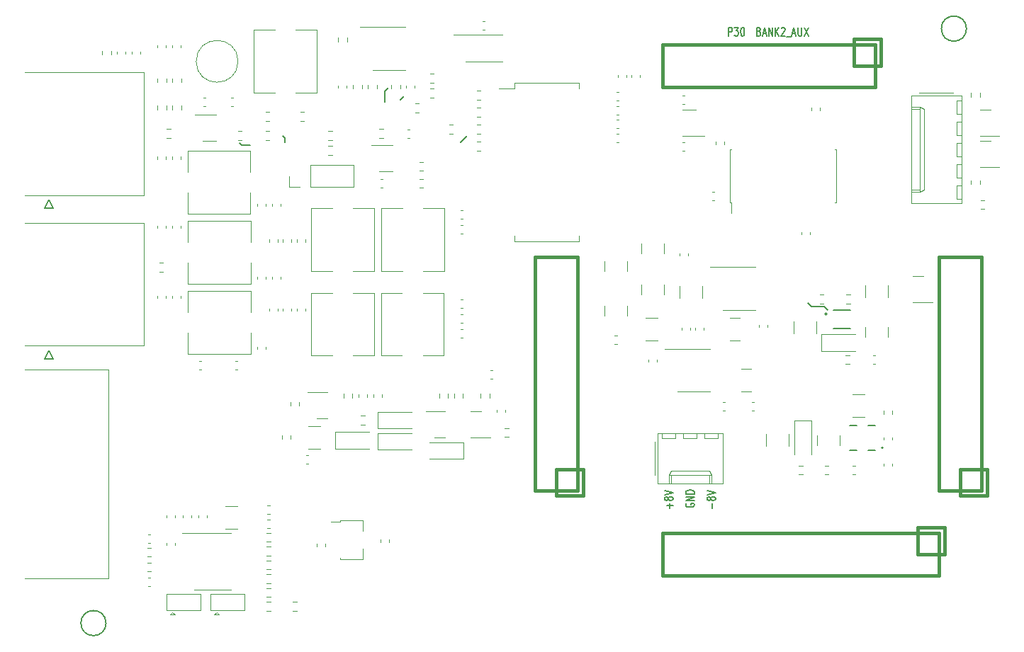
<source format=gto>
G04 #@! TF.GenerationSoftware,KiCad,Pcbnew,7.0.9*
G04 #@! TF.CreationDate,2024-07-18T06:31:55+01:00*
G04 #@! TF.ProjectId,dacattac-alpha,64616361-7474-4616-932d-616c7068612e,rev?*
G04 #@! TF.SameCoordinates,Original*
G04 #@! TF.FileFunction,Legend,Top*
G04 #@! TF.FilePolarity,Positive*
%FSLAX46Y46*%
G04 Gerber Fmt 4.6, Leading zero omitted, Abs format (unit mm)*
G04 Created by KiCad (PCBNEW 7.0.9) date 2024-07-18 06:31:55*
%MOMM*%
%LPD*%
G01*
G04 APERTURE LIST*
%ADD10C,0.150000*%
%ADD11C,0.190500*%
%ADD12C,0.120000*%
%ADD13C,0.100000*%
%ADD14C,0.381000*%
%ADD15C,0.203200*%
%ADD16C,0.127000*%
%ADD17C,0.200000*%
G04 APERTURE END LIST*
D10*
X106619000Y-79695000D02*
X105603000Y-79695000D01*
X122748000Y-73218000D02*
X123129000Y-72837000D01*
X82616000Y-86172000D02*
X83124000Y-87188000D01*
X83124000Y-87188000D02*
X82108000Y-87188000D01*
X173704000Y-98999000D02*
X175228000Y-98999000D01*
X82616000Y-104206000D02*
X83124000Y-105222000D01*
X110556000Y-78552000D02*
X110810000Y-78806000D01*
X125034000Y-73853000D02*
X124600633Y-74286367D01*
X122748000Y-74488000D02*
X122748000Y-73472000D01*
X82108000Y-87188000D02*
X82616000Y-86172000D01*
X132527000Y-78552000D02*
X131752355Y-79326645D01*
X105603000Y-79695000D02*
X105349000Y-79441000D01*
X175228000Y-98999000D02*
X175609000Y-99380000D01*
X83124000Y-105222000D02*
X82108000Y-105222000D01*
X82108000Y-105222000D02*
X82616000Y-104206000D01*
X173249144Y-98544144D02*
X173704000Y-98999000D01*
X110810000Y-79314000D02*
X110810000Y-78806000D01*
X122748000Y-73472000D02*
X122748000Y-73218000D01*
D11*
X156770707Y-123076243D02*
X156770707Y-122495672D01*
X157157754Y-122785957D02*
X156383659Y-122785957D01*
X156577183Y-122023957D02*
X156528802Y-122096528D01*
X156528802Y-122096528D02*
X156480421Y-122132814D01*
X156480421Y-122132814D02*
X156383659Y-122169100D01*
X156383659Y-122169100D02*
X156335278Y-122169100D01*
X156335278Y-122169100D02*
X156238516Y-122132814D01*
X156238516Y-122132814D02*
X156190135Y-122096528D01*
X156190135Y-122096528D02*
X156141754Y-122023957D01*
X156141754Y-122023957D02*
X156141754Y-121878814D01*
X156141754Y-121878814D02*
X156190135Y-121806243D01*
X156190135Y-121806243D02*
X156238516Y-121769957D01*
X156238516Y-121769957D02*
X156335278Y-121733671D01*
X156335278Y-121733671D02*
X156383659Y-121733671D01*
X156383659Y-121733671D02*
X156480421Y-121769957D01*
X156480421Y-121769957D02*
X156528802Y-121806243D01*
X156528802Y-121806243D02*
X156577183Y-121878814D01*
X156577183Y-121878814D02*
X156577183Y-122023957D01*
X156577183Y-122023957D02*
X156625564Y-122096528D01*
X156625564Y-122096528D02*
X156673945Y-122132814D01*
X156673945Y-122132814D02*
X156770707Y-122169100D01*
X156770707Y-122169100D02*
X156964231Y-122169100D01*
X156964231Y-122169100D02*
X157060993Y-122132814D01*
X157060993Y-122132814D02*
X157109374Y-122096528D01*
X157109374Y-122096528D02*
X157157754Y-122023957D01*
X157157754Y-122023957D02*
X157157754Y-121878814D01*
X157157754Y-121878814D02*
X157109374Y-121806243D01*
X157109374Y-121806243D02*
X157060993Y-121769957D01*
X157060993Y-121769957D02*
X156964231Y-121733671D01*
X156964231Y-121733671D02*
X156770707Y-121733671D01*
X156770707Y-121733671D02*
X156673945Y-121769957D01*
X156673945Y-121769957D02*
X156625564Y-121806243D01*
X156625564Y-121806243D02*
X156577183Y-121878814D01*
X156141754Y-121515957D02*
X157157754Y-121261957D01*
X157157754Y-121261957D02*
X156141754Y-121007957D01*
X163798515Y-66616714D02*
X163798515Y-65600714D01*
X163798515Y-65600714D02*
X164088801Y-65600714D01*
X164088801Y-65600714D02*
X164161372Y-65649095D01*
X164161372Y-65649095D02*
X164197658Y-65697476D01*
X164197658Y-65697476D02*
X164233944Y-65794238D01*
X164233944Y-65794238D02*
X164233944Y-65939381D01*
X164233944Y-65939381D02*
X164197658Y-66036143D01*
X164197658Y-66036143D02*
X164161372Y-66084524D01*
X164161372Y-66084524D02*
X164088801Y-66132905D01*
X164088801Y-66132905D02*
X163798515Y-66132905D01*
X164487944Y-65600714D02*
X164959658Y-65600714D01*
X164959658Y-65600714D02*
X164705658Y-65987762D01*
X164705658Y-65987762D02*
X164814515Y-65987762D01*
X164814515Y-65987762D02*
X164887087Y-66036143D01*
X164887087Y-66036143D02*
X164923372Y-66084524D01*
X164923372Y-66084524D02*
X164959658Y-66181286D01*
X164959658Y-66181286D02*
X164959658Y-66423191D01*
X164959658Y-66423191D02*
X164923372Y-66519953D01*
X164923372Y-66519953D02*
X164887087Y-66568334D01*
X164887087Y-66568334D02*
X164814515Y-66616714D01*
X164814515Y-66616714D02*
X164596801Y-66616714D01*
X164596801Y-66616714D02*
X164524229Y-66568334D01*
X164524229Y-66568334D02*
X164487944Y-66519953D01*
X165431372Y-65600714D02*
X165503943Y-65600714D01*
X165503943Y-65600714D02*
X165576515Y-65649095D01*
X165576515Y-65649095D02*
X165612801Y-65697476D01*
X165612801Y-65697476D02*
X165649086Y-65794238D01*
X165649086Y-65794238D02*
X165685372Y-65987762D01*
X165685372Y-65987762D02*
X165685372Y-66229667D01*
X165685372Y-66229667D02*
X165649086Y-66423191D01*
X165649086Y-66423191D02*
X165612801Y-66519953D01*
X165612801Y-66519953D02*
X165576515Y-66568334D01*
X165576515Y-66568334D02*
X165503943Y-66616714D01*
X165503943Y-66616714D02*
X165431372Y-66616714D01*
X165431372Y-66616714D02*
X165358801Y-66568334D01*
X165358801Y-66568334D02*
X165322515Y-66519953D01*
X165322515Y-66519953D02*
X165286229Y-66423191D01*
X165286229Y-66423191D02*
X165249943Y-66229667D01*
X165249943Y-66229667D02*
X165249943Y-65987762D01*
X165249943Y-65987762D02*
X165286229Y-65794238D01*
X165286229Y-65794238D02*
X165322515Y-65697476D01*
X165322515Y-65697476D02*
X165358801Y-65649095D01*
X165358801Y-65649095D02*
X165431372Y-65600714D01*
X167427085Y-66084524D02*
X167535942Y-66132905D01*
X167535942Y-66132905D02*
X167572228Y-66181286D01*
X167572228Y-66181286D02*
X167608514Y-66278048D01*
X167608514Y-66278048D02*
X167608514Y-66423191D01*
X167608514Y-66423191D02*
X167572228Y-66519953D01*
X167572228Y-66519953D02*
X167535942Y-66568334D01*
X167535942Y-66568334D02*
X167463371Y-66616714D01*
X167463371Y-66616714D02*
X167173085Y-66616714D01*
X167173085Y-66616714D02*
X167173085Y-65600714D01*
X167173085Y-65600714D02*
X167427085Y-65600714D01*
X167427085Y-65600714D02*
X167499657Y-65649095D01*
X167499657Y-65649095D02*
X167535942Y-65697476D01*
X167535942Y-65697476D02*
X167572228Y-65794238D01*
X167572228Y-65794238D02*
X167572228Y-65891000D01*
X167572228Y-65891000D02*
X167535942Y-65987762D01*
X167535942Y-65987762D02*
X167499657Y-66036143D01*
X167499657Y-66036143D02*
X167427085Y-66084524D01*
X167427085Y-66084524D02*
X167173085Y-66084524D01*
X167898799Y-66326429D02*
X168261657Y-66326429D01*
X167826228Y-66616714D02*
X168080228Y-65600714D01*
X168080228Y-65600714D02*
X168334228Y-66616714D01*
X168588228Y-66616714D02*
X168588228Y-65600714D01*
X168588228Y-65600714D02*
X169023657Y-66616714D01*
X169023657Y-66616714D02*
X169023657Y-65600714D01*
X169386514Y-66616714D02*
X169386514Y-65600714D01*
X169821943Y-66616714D02*
X169495371Y-66036143D01*
X169821943Y-65600714D02*
X169386514Y-66181286D01*
X170112228Y-65697476D02*
X170148514Y-65649095D01*
X170148514Y-65649095D02*
X170221086Y-65600714D01*
X170221086Y-65600714D02*
X170402514Y-65600714D01*
X170402514Y-65600714D02*
X170475086Y-65649095D01*
X170475086Y-65649095D02*
X170511371Y-65697476D01*
X170511371Y-65697476D02*
X170547657Y-65794238D01*
X170547657Y-65794238D02*
X170547657Y-65891000D01*
X170547657Y-65891000D02*
X170511371Y-66036143D01*
X170511371Y-66036143D02*
X170075943Y-66616714D01*
X170075943Y-66616714D02*
X170547657Y-66616714D01*
X170692800Y-66713476D02*
X171273371Y-66713476D01*
X171418513Y-66326429D02*
X171781371Y-66326429D01*
X171345942Y-66616714D02*
X171599942Y-65600714D01*
X171599942Y-65600714D02*
X171853942Y-66616714D01*
X172107942Y-65600714D02*
X172107942Y-66423191D01*
X172107942Y-66423191D02*
X172144228Y-66519953D01*
X172144228Y-66519953D02*
X172180514Y-66568334D01*
X172180514Y-66568334D02*
X172253085Y-66616714D01*
X172253085Y-66616714D02*
X172398228Y-66616714D01*
X172398228Y-66616714D02*
X172470799Y-66568334D01*
X172470799Y-66568334D02*
X172507085Y-66519953D01*
X172507085Y-66519953D02*
X172543371Y-66423191D01*
X172543371Y-66423191D02*
X172543371Y-65600714D01*
X172833657Y-65600714D02*
X173341657Y-66616714D01*
X173341657Y-65600714D02*
X172833657Y-66616714D01*
X158730135Y-122550100D02*
X158681754Y-122622672D01*
X158681754Y-122622672D02*
X158681754Y-122731529D01*
X158681754Y-122731529D02*
X158730135Y-122840386D01*
X158730135Y-122840386D02*
X158826897Y-122912957D01*
X158826897Y-122912957D02*
X158923659Y-122949243D01*
X158923659Y-122949243D02*
X159117183Y-122985529D01*
X159117183Y-122985529D02*
X159262326Y-122985529D01*
X159262326Y-122985529D02*
X159455850Y-122949243D01*
X159455850Y-122949243D02*
X159552612Y-122912957D01*
X159552612Y-122912957D02*
X159649374Y-122840386D01*
X159649374Y-122840386D02*
X159697754Y-122731529D01*
X159697754Y-122731529D02*
X159697754Y-122658957D01*
X159697754Y-122658957D02*
X159649374Y-122550100D01*
X159649374Y-122550100D02*
X159600993Y-122513814D01*
X159600993Y-122513814D02*
X159262326Y-122513814D01*
X159262326Y-122513814D02*
X159262326Y-122658957D01*
X159697754Y-122187243D02*
X158681754Y-122187243D01*
X158681754Y-122187243D02*
X159697754Y-121751814D01*
X159697754Y-121751814D02*
X158681754Y-121751814D01*
X159697754Y-121388957D02*
X158681754Y-121388957D01*
X158681754Y-121388957D02*
X158681754Y-121207528D01*
X158681754Y-121207528D02*
X158730135Y-121098671D01*
X158730135Y-121098671D02*
X158826897Y-121026100D01*
X158826897Y-121026100D02*
X158923659Y-120989814D01*
X158923659Y-120989814D02*
X159117183Y-120953528D01*
X159117183Y-120953528D02*
X159262326Y-120953528D01*
X159262326Y-120953528D02*
X159455850Y-120989814D01*
X159455850Y-120989814D02*
X159552612Y-121026100D01*
X159552612Y-121026100D02*
X159649374Y-121098671D01*
X159649374Y-121098671D02*
X159697754Y-121207528D01*
X159697754Y-121207528D02*
X159697754Y-121388957D01*
X161850707Y-123076243D02*
X161850707Y-122495672D01*
X161657183Y-122023957D02*
X161608802Y-122096528D01*
X161608802Y-122096528D02*
X161560421Y-122132814D01*
X161560421Y-122132814D02*
X161463659Y-122169100D01*
X161463659Y-122169100D02*
X161415278Y-122169100D01*
X161415278Y-122169100D02*
X161318516Y-122132814D01*
X161318516Y-122132814D02*
X161270135Y-122096528D01*
X161270135Y-122096528D02*
X161221754Y-122023957D01*
X161221754Y-122023957D02*
X161221754Y-121878814D01*
X161221754Y-121878814D02*
X161270135Y-121806243D01*
X161270135Y-121806243D02*
X161318516Y-121769957D01*
X161318516Y-121769957D02*
X161415278Y-121733671D01*
X161415278Y-121733671D02*
X161463659Y-121733671D01*
X161463659Y-121733671D02*
X161560421Y-121769957D01*
X161560421Y-121769957D02*
X161608802Y-121806243D01*
X161608802Y-121806243D02*
X161657183Y-121878814D01*
X161657183Y-121878814D02*
X161657183Y-122023957D01*
X161657183Y-122023957D02*
X161705564Y-122096528D01*
X161705564Y-122096528D02*
X161753945Y-122132814D01*
X161753945Y-122132814D02*
X161850707Y-122169100D01*
X161850707Y-122169100D02*
X162044231Y-122169100D01*
X162044231Y-122169100D02*
X162140993Y-122132814D01*
X162140993Y-122132814D02*
X162189374Y-122096528D01*
X162189374Y-122096528D02*
X162237754Y-122023957D01*
X162237754Y-122023957D02*
X162237754Y-121878814D01*
X162237754Y-121878814D02*
X162189374Y-121806243D01*
X162189374Y-121806243D02*
X162140993Y-121769957D01*
X162140993Y-121769957D02*
X162044231Y-121733671D01*
X162044231Y-121733671D02*
X161850707Y-121733671D01*
X161850707Y-121733671D02*
X161753945Y-121769957D01*
X161753945Y-121769957D02*
X161705564Y-121806243D01*
X161705564Y-121806243D02*
X161657183Y-121878814D01*
X161221754Y-121515957D02*
X162237754Y-121261957D01*
X162237754Y-121261957D02*
X161221754Y-121007957D01*
D12*
G04 #@! TO.C,C17*
X151579000Y-71567580D02*
X151579000Y-71286420D01*
X150559000Y-71567580D02*
X150559000Y-71286420D01*
G04 #@! TO.C,D2*
X173659000Y-112646000D02*
X171659000Y-112646000D01*
X173659000Y-112646000D02*
X173659000Y-116656000D01*
X171659000Y-112646000D02*
X171659000Y-116656000D01*
G04 #@! TO.C,C19*
X111574000Y-90984420D02*
X111574000Y-91265580D01*
X110554000Y-90984420D02*
X110554000Y-91265580D01*
G04 #@! TO.C,C88*
X150460580Y-103446000D02*
X150179420Y-103446000D01*
X150460580Y-102426000D02*
X150179420Y-102426000D01*
G04 #@! TO.C,R8*
X134161258Y-80344500D02*
X133686742Y-80344500D01*
X134161258Y-79299500D02*
X133686742Y-79299500D01*
G04 #@! TO.C,R17*
X97141258Y-78820500D02*
X96666742Y-78820500D01*
X97141258Y-77775500D02*
X96666742Y-77775500D01*
G04 #@! TO.C,C37*
X109284000Y-95723580D02*
X109284000Y-95442420D01*
X110304000Y-95723580D02*
X110304000Y-95442420D01*
G04 #@! TO.C,C13*
X150701580Y-77665000D02*
X150420420Y-77665000D01*
X150701580Y-76645000D02*
X150420420Y-76645000D01*
G04 #@! TO.C,R19*
X113079258Y-76788500D02*
X112604742Y-76788500D01*
X113079258Y-75743500D02*
X112604742Y-75743500D01*
G04 #@! TO.C,R62*
X192771500Y-84377258D02*
X192771500Y-83902742D01*
X193816500Y-84377258D02*
X193816500Y-83902742D01*
D13*
G04 #@! TO.C,L8*
X121418000Y-104868000D02*
X121418000Y-97368000D01*
X121418000Y-97368000D02*
X118918000Y-97368000D01*
X118918000Y-104868000D02*
X121418000Y-104868000D01*
X116418000Y-97368000D02*
X113918000Y-97368000D01*
X113918000Y-104868000D02*
X116418000Y-104868000D01*
X113918000Y-101118000D02*
X113918000Y-104868000D01*
X113918000Y-97368000D02*
X113918000Y-101118000D01*
D12*
G04 #@! TO.C,C68*
X180052252Y-112170000D02*
X178629748Y-112170000D01*
X180052252Y-109450000D02*
X178629748Y-109450000D01*
G04 #@! TO.C,C66*
X178627420Y-118047000D02*
X178908580Y-118047000D01*
X178627420Y-119067000D02*
X178908580Y-119067000D01*
G04 #@! TO.C,U3*
X159064500Y-78588000D02*
X160864500Y-78588000D01*
X159064500Y-78588000D02*
X158264500Y-78588000D01*
X159064500Y-75468000D02*
X159864500Y-75468000D01*
X159064500Y-75468000D02*
X158264500Y-75468000D01*
G04 #@! TO.C,R24*
X98378500Y-74949742D02*
X98378500Y-75424258D01*
X97333500Y-74949742D02*
X97333500Y-75424258D01*
G04 #@! TO.C,C67*
X183329000Y-114619420D02*
X183329000Y-114900580D01*
X182309000Y-114619420D02*
X182309000Y-114900580D01*
G04 #@! TO.C,U9*
X102105500Y-126053000D02*
X98505500Y-126053000D01*
X102105500Y-126053000D02*
X104305500Y-126053000D01*
X102105500Y-132823000D02*
X99905500Y-132823000D01*
X102105500Y-132823000D02*
X104305500Y-132823000D01*
G04 #@! TO.C,C29*
X109923000Y-99239420D02*
X109923000Y-99520580D01*
X108903000Y-99239420D02*
X108903000Y-99520580D01*
G04 #@! TO.C,C70*
X97346000Y-81346580D02*
X97346000Y-81065420D01*
X98366000Y-81346580D02*
X98366000Y-81065420D01*
G04 #@! TO.C,C50*
X92520000Y-68786580D02*
X92520000Y-68505420D01*
X93540000Y-68786580D02*
X93540000Y-68505420D01*
G04 #@! TO.C,R39*
X177847742Y-97587500D02*
X178322258Y-97587500D01*
X177847742Y-98632500D02*
X178322258Y-98632500D01*
G04 #@! TO.C,C40*
X95568000Y-89627580D02*
X95568000Y-89346420D01*
X96588000Y-89627580D02*
X96588000Y-89346420D01*
G04 #@! TO.C,C7*
X134405420Y-64834000D02*
X134686580Y-64834000D01*
X134405420Y-65854000D02*
X134686580Y-65854000D01*
G04 #@! TO.C,C58*
X98553000Y-124216580D02*
X98553000Y-123935420D01*
X99573000Y-124216580D02*
X99573000Y-123935420D01*
G04 #@! TO.C,R41*
X172642258Y-119079500D02*
X172167742Y-119079500D01*
X172642258Y-118034500D02*
X172167742Y-118034500D01*
G04 #@! TO.C,C14*
X150688580Y-74363000D02*
X150407420Y-74363000D01*
X150688580Y-73343000D02*
X150407420Y-73343000D01*
G04 #@! TO.C,J6*
X190595000Y-73453000D02*
X186595000Y-73453000D01*
X191625000Y-73743000D02*
X185605000Y-73743000D01*
X185605000Y-73743000D02*
X185605000Y-86663000D01*
X191625000Y-74323000D02*
X191025000Y-74323000D01*
X191025000Y-74323000D02*
X191025000Y-75923000D01*
X186605000Y-75123000D02*
X187135000Y-75373000D01*
X186605000Y-75123000D02*
X186605000Y-85283000D01*
X185605000Y-75123000D02*
X186605000Y-75123000D01*
X187135000Y-75373000D02*
X187135000Y-85033000D01*
X185605000Y-75373000D02*
X186605000Y-75373000D01*
X191025000Y-75923000D02*
X191625000Y-75923000D01*
X191625000Y-76863000D02*
X191025000Y-76863000D01*
X191025000Y-76863000D02*
X191025000Y-78463000D01*
X191025000Y-78463000D02*
X191625000Y-78463000D01*
X191625000Y-79403000D02*
X191025000Y-79403000D01*
X191025000Y-79403000D02*
X191025000Y-81003000D01*
X191025000Y-81003000D02*
X191625000Y-81003000D01*
X191625000Y-81943000D02*
X191025000Y-81943000D01*
X191025000Y-81943000D02*
X191025000Y-83543000D01*
X191025000Y-83543000D02*
X191625000Y-83543000D01*
X191625000Y-84483000D02*
X191025000Y-84483000D01*
X191025000Y-84483000D02*
X191025000Y-86083000D01*
X187135000Y-85033000D02*
X186605000Y-85283000D01*
X185605000Y-85033000D02*
X186605000Y-85033000D01*
X186605000Y-85283000D02*
X185605000Y-85283000D01*
X191025000Y-86083000D02*
X191625000Y-86083000D01*
X191625000Y-86663000D02*
X191625000Y-73743000D01*
X185605000Y-86663000D02*
X191625000Y-86663000D01*
G04 #@! TO.C,R33*
X108604742Y-127731500D02*
X109079258Y-127731500D01*
X108604742Y-128776500D02*
X109079258Y-128776500D01*
G04 #@! TO.C,U13*
X165039000Y-94280000D02*
X161589000Y-94280000D01*
X165039000Y-94280000D02*
X166989000Y-94280000D01*
X165039000Y-99400000D02*
X163089000Y-99400000D01*
X165039000Y-99400000D02*
X166989000Y-99400000D01*
G04 #@! TO.C,R48*
X118825500Y-109429742D02*
X118825500Y-109904258D01*
X117780500Y-109429742D02*
X117780500Y-109904258D01*
D14*
G04 #@! TO.C,P20*
X191470000Y-121604800D02*
X194645000Y-121604800D01*
X194645000Y-121604800D02*
X194645000Y-118429800D01*
X188930000Y-120969800D02*
X188930000Y-93029800D01*
X194010000Y-120969800D02*
X188930000Y-120969800D01*
X191470000Y-118429800D02*
X191470000Y-121604800D01*
X194645000Y-118429800D02*
X191470000Y-118429800D01*
X188930000Y-93029800D02*
X194010000Y-93029800D01*
X194010000Y-93029800D02*
X194010000Y-120969800D01*
D12*
G04 #@! TO.C,C63*
X171582000Y-102201252D02*
X171582000Y-100778748D01*
X174302000Y-102201252D02*
X174302000Y-100778748D01*
G04 #@! TO.C,C6*
X158294420Y-79312000D02*
X158575580Y-79312000D01*
X158294420Y-80332000D02*
X158575580Y-80332000D01*
G04 #@! TO.C,C65*
X183329000Y-117768420D02*
X183329000Y-118049580D01*
X182309000Y-117768420D02*
X182309000Y-118049580D01*
G04 #@! TO.C,C52*
X94414420Y-126220000D02*
X94695580Y-126220000D01*
X94414420Y-127240000D02*
X94695580Y-127240000D01*
G04 #@! TO.C,C34*
X107506000Y-104105580D02*
X107506000Y-103824420D01*
X108526000Y-104105580D02*
X108526000Y-103824420D01*
G04 #@! TO.C,Q1*
X194485500Y-82271000D02*
X196160500Y-82271000D01*
X194485500Y-82271000D02*
X193835500Y-82271000D01*
X194485500Y-79151000D02*
X195135500Y-79151000D01*
X194485500Y-79151000D02*
X193835500Y-79151000D01*
G04 #@! TO.C,C30*
X111574000Y-99239420D02*
X111574000Y-99520580D01*
X110554000Y-99239420D02*
X110554000Y-99520580D01*
G04 #@! TO.C,R15*
X105175742Y-78029500D02*
X105650258Y-78029500D01*
X105175742Y-79074500D02*
X105650258Y-79074500D01*
G04 #@! TO.C,C16*
X152210000Y-71567580D02*
X152210000Y-71286420D01*
X153230000Y-71567580D02*
X153230000Y-71286420D01*
G04 #@! TO.C,R6*
X126320742Y-74727500D02*
X126795258Y-74727500D01*
X126320742Y-75772500D02*
X126795258Y-75772500D01*
G04 #@! TO.C,C22*
X122494580Y-84777000D02*
X122213420Y-84777000D01*
X122494580Y-83757000D02*
X122213420Y-83757000D01*
G04 #@! TO.C,C28*
X131764420Y-101664000D02*
X132045580Y-101664000D01*
X131764420Y-102684000D02*
X132045580Y-102684000D01*
G04 #@! TO.C,C53*
X97668000Y-127237420D02*
X97668000Y-127518580D01*
X96648000Y-127237420D02*
X96648000Y-127518580D01*
G04 #@! TO.C,C3*
X162131580Y-86301000D02*
X161850420Y-86301000D01*
X162131580Y-85281000D02*
X161850420Y-85281000D01*
G04 #@! TO.C,C1*
X173673000Y-75504580D02*
X173673000Y-75223420D01*
X174693000Y-75504580D02*
X174693000Y-75223420D01*
G04 #@! TO.C,R5*
X130384742Y-77267500D02*
X130859258Y-77267500D01*
X130384742Y-78312500D02*
X130859258Y-78312500D01*
G04 #@! TO.C,C69*
X95568000Y-81346580D02*
X95568000Y-81065420D01*
X96588000Y-81346580D02*
X96588000Y-81065420D01*
G04 #@! TO.C,C47*
X90742000Y-68786580D02*
X90742000Y-68505420D01*
X91762000Y-68786580D02*
X91762000Y-68505420D01*
G04 #@! TO.C,R36*
X109079258Y-135380500D02*
X108604742Y-135380500D01*
X109079258Y-134335500D02*
X108604742Y-134335500D01*
G04 #@! TO.C,C74*
X163107420Y-110427000D02*
X163388580Y-110427000D01*
X163107420Y-111447000D02*
X163388580Y-111447000D01*
G04 #@! TO.C,C59*
X108701420Y-124442000D02*
X108982580Y-124442000D01*
X108701420Y-125462000D02*
X108982580Y-125462000D01*
G04 #@! TO.C,L16*
X174347000Y-115606064D02*
X174347000Y-114401936D01*
X177067000Y-115606064D02*
X177067000Y-114401936D01*
G04 #@! TO.C,C32*
X100777580Y-106494000D02*
X100496420Y-106494000D01*
X100777580Y-105474000D02*
X100496420Y-105474000D01*
G04 #@! TO.C,R12*
X127303258Y-84789500D02*
X126828742Y-84789500D01*
X127303258Y-83744500D02*
X126828742Y-83744500D01*
G04 #@! TO.C,JP3*
X96602000Y-133350000D02*
X100702000Y-133350000D01*
X96602000Y-135350000D02*
X96602000Y-133350000D01*
X97052000Y-135850000D02*
X97652000Y-135850000D01*
X97352000Y-135550000D02*
X97052000Y-135850000D01*
X97352000Y-135550000D02*
X97652000Y-135850000D01*
X100702000Y-133350000D02*
X100702000Y-135350000D01*
X100702000Y-135350000D02*
X96602000Y-135350000D01*
G04 #@! TO.C,C24*
X131751420Y-87440000D02*
X132032580Y-87440000D01*
X131751420Y-88460000D02*
X132032580Y-88460000D01*
G04 #@! TO.C,C12*
X150701580Y-79316000D02*
X150420420Y-79316000D01*
X150701580Y-78296000D02*
X150420420Y-78296000D01*
G04 #@! TO.C,C87*
X159199000Y-101538420D02*
X159199000Y-101819580D01*
X158179000Y-101538420D02*
X158179000Y-101819580D01*
G04 #@! TO.C,C48*
X95568000Y-68024580D02*
X95568000Y-67743420D01*
X96588000Y-68024580D02*
X96588000Y-67743420D01*
G04 #@! TO.C,C84*
X157964000Y-97932252D02*
X157964000Y-96509748D01*
X160684000Y-97932252D02*
X160684000Y-96509748D01*
G04 #@! TO.C,C54*
X100458000Y-124203580D02*
X100458000Y-123922420D01*
X101478000Y-124203580D02*
X101478000Y-123922420D01*
G04 #@! TO.C,U1*
X163946000Y-86551000D02*
X164146000Y-86551000D01*
X164146000Y-86551000D02*
X164146000Y-87841000D01*
X176666000Y-86551000D02*
X176466000Y-86551000D01*
X163946000Y-83391000D02*
X163946000Y-86551000D01*
X163946000Y-83391000D02*
X163946000Y-80231000D01*
X176666000Y-83391000D02*
X176666000Y-86551000D01*
X176666000Y-83391000D02*
X176666000Y-80231000D01*
X163946000Y-80231000D02*
X164146000Y-80231000D01*
X176666000Y-80231000D02*
X176466000Y-80231000D01*
G04 #@! TO.C,C20*
X109923000Y-90984420D02*
X109923000Y-91265580D01*
X108903000Y-90984420D02*
X108903000Y-91265580D01*
G04 #@! TO.C,D5*
X116832000Y-114001000D02*
X116832000Y-116001000D01*
X116832000Y-114001000D02*
X120842000Y-114001000D01*
X116832000Y-116001000D02*
X120842000Y-116001000D01*
G04 #@! TO.C,C2*
X162243000Y-79581580D02*
X162243000Y-79300420D01*
X163263000Y-79581580D02*
X163263000Y-79300420D01*
G04 #@! TO.C,R1*
X134161258Y-74248500D02*
X133686742Y-74248500D01*
X134161258Y-73203500D02*
X133686742Y-73203500D01*
D13*
G04 #@! TO.C,L9*
X129800000Y-94748000D02*
X129800000Y-87248000D01*
X129800000Y-87248000D02*
X127300000Y-87248000D01*
X127300000Y-94748000D02*
X129800000Y-94748000D01*
X124800000Y-87248000D02*
X122300000Y-87248000D01*
X122300000Y-94748000D02*
X124800000Y-94748000D01*
X122300000Y-90998000D02*
X122300000Y-94748000D01*
X122300000Y-87248000D02*
X122300000Y-90998000D01*
D12*
G04 #@! TO.C,D1*
X174901000Y-102317000D02*
X174901000Y-104317000D01*
X174901000Y-102317000D02*
X178911000Y-102317000D01*
X174901000Y-104317000D02*
X178911000Y-104317000D01*
G04 #@! TO.C,R34*
X109079258Y-130427500D02*
X108604742Y-130427500D01*
X109079258Y-129382500D02*
X108604742Y-129382500D01*
G04 #@! TO.C,L5*
X153392000Y-92616064D02*
X153392000Y-91411936D01*
X156112000Y-92616064D02*
X156112000Y-91411936D01*
G04 #@! TO.C,Q3*
X186453500Y-98466000D02*
X188128500Y-98466000D01*
X186453500Y-98466000D02*
X185803500Y-98466000D01*
X186453500Y-95346000D02*
X187103500Y-95346000D01*
X186453500Y-95346000D02*
X185803500Y-95346000D01*
G04 #@! TO.C,R23*
X120701500Y-72947258D02*
X120701500Y-72472742D01*
X121746500Y-72947258D02*
X121746500Y-72472742D01*
G04 #@! TO.C,R52*
X193882742Y-86284500D02*
X194357258Y-86284500D01*
X193882742Y-87329500D02*
X194357258Y-87329500D01*
D15*
G04 #@! TO.C,FID2*
X89410000Y-136845000D02*
G75*
G03*
X89410000Y-136845000I-1500000J0D01*
G01*
D12*
G04 #@! TO.C,C60*
X123195000Y-126874420D02*
X123195000Y-127155580D01*
X122175000Y-126874420D02*
X122175000Y-127155580D01*
G04 #@! TO.C,R32*
X109079258Y-127125500D02*
X108604742Y-127125500D01*
X109079258Y-126080500D02*
X108604742Y-126080500D01*
G04 #@! TO.C,C38*
X107506000Y-95723580D02*
X107506000Y-95442420D01*
X108526000Y-95723580D02*
X108526000Y-95442420D01*
G04 #@! TO.C,C43*
X104587580Y-74998000D02*
X104306420Y-74998000D01*
X104587580Y-73978000D02*
X104306420Y-73978000D01*
D13*
G04 #@! TO.C,J4*
X89710000Y-106500000D02*
X79710000Y-106500000D01*
X89710000Y-131500000D02*
X89710000Y-106500000D01*
X79710000Y-131500000D02*
X89710000Y-131500000D01*
D12*
G04 #@! TO.C,U10*
X116248000Y-124758000D02*
X117388000Y-124758000D01*
X117388000Y-124528000D02*
X117388000Y-124758000D01*
X117388000Y-124528000D02*
X120108000Y-124528000D01*
X117388000Y-129248000D02*
X117388000Y-129018000D01*
X120108000Y-124528000D02*
X120108000Y-125838000D01*
X120108000Y-127938000D02*
X120108000Y-129248000D01*
X120108000Y-129248000D02*
X117388000Y-129248000D01*
G04 #@! TO.C,C44*
X101004420Y-73978000D02*
X101285580Y-73978000D01*
X101004420Y-74998000D02*
X101285580Y-74998000D01*
G04 #@! TO.C,C21*
X126306000Y-72569420D02*
X126306000Y-72850580D01*
X125286000Y-72569420D02*
X125286000Y-72850580D01*
G04 #@! TO.C,R46*
X112227858Y-135380500D02*
X111753342Y-135380500D01*
X112227858Y-134335500D02*
X111753342Y-134335500D01*
G04 #@! TO.C,Q5*
X129303500Y-111536000D02*
X127628500Y-111536000D01*
X129303500Y-111536000D02*
X129953500Y-111536000D01*
X129303500Y-114656000D02*
X128653500Y-114656000D01*
X129303500Y-114656000D02*
X129953500Y-114656000D01*
D13*
G04 #@! TO.C,L11*
X106686000Y-97154000D02*
X99186000Y-97154000D01*
X99186000Y-97154000D02*
X99186000Y-99654000D01*
X106686000Y-99654000D02*
X106686000Y-97154000D01*
X99186000Y-102154000D02*
X99186000Y-104654000D01*
X106686000Y-104654000D02*
X106686000Y-102154000D01*
X102936000Y-104654000D02*
X106686000Y-104654000D01*
X99186000Y-104654000D02*
X102936000Y-104654000D01*
D12*
G04 #@! TO.C,R4*
X134161258Y-78312500D02*
X133686742Y-78312500D01*
X134161258Y-77267500D02*
X133686742Y-77267500D01*
D13*
G04 #@! TO.C,L10*
X129760000Y-104868000D02*
X129760000Y-97368000D01*
X129760000Y-97368000D02*
X127260000Y-97368000D01*
X127260000Y-104868000D02*
X129760000Y-104868000D01*
X124760000Y-97368000D02*
X122260000Y-97368000D01*
X122260000Y-104868000D02*
X124760000Y-104868000D01*
X122260000Y-101118000D02*
X122260000Y-104868000D01*
X122260000Y-97368000D02*
X122260000Y-101118000D01*
D12*
G04 #@! TO.C,R27*
X95555500Y-75424258D02*
X95555500Y-74949742D01*
X96600500Y-75424258D02*
X96600500Y-74949742D01*
G04 #@! TO.C,C8*
X136081000Y-111635580D02*
X136081000Y-111354420D01*
X137101000Y-111635580D02*
X137101000Y-111354420D01*
D14*
G04 #@! TO.C,P30*
X181945000Y-70169800D02*
X181945000Y-66994800D01*
X181945000Y-66994800D02*
X178770000Y-66994800D01*
X181310000Y-72709800D02*
X155910000Y-72709800D01*
X181310000Y-67629800D02*
X181310000Y-72709800D01*
X178770000Y-70169800D02*
X181945000Y-70169800D01*
X178770000Y-66994800D02*
X178770000Y-70169800D01*
X155910000Y-72709800D02*
X155910000Y-67629800D01*
X155910000Y-67629800D02*
X181310000Y-67629800D01*
D12*
G04 #@! TO.C,U4*
X138218000Y-72267000D02*
X138218000Y-72912000D01*
X138218000Y-72912000D02*
X136378000Y-72912000D01*
X138218000Y-91187000D02*
X138218000Y-90542000D01*
X142078000Y-72267000D02*
X138218000Y-72267000D01*
X142078000Y-72267000D02*
X145938000Y-72267000D01*
X142078000Y-91187000D02*
X138218000Y-91187000D01*
X142078000Y-91187000D02*
X145938000Y-91187000D01*
X145938000Y-72267000D02*
X145938000Y-72912000D01*
X145938000Y-91187000D02*
X145938000Y-90542000D01*
G04 #@! TO.C,R3*
X124540500Y-72472742D02*
X124540500Y-72947258D01*
X123495500Y-72472742D02*
X123495500Y-72947258D01*
G04 #@! TO.C,R40*
X178259258Y-105871500D02*
X177784742Y-105871500D01*
X178259258Y-104826500D02*
X177784742Y-104826500D01*
G04 #@! TO.C,R14*
X116445258Y-79074500D02*
X115970742Y-79074500D01*
X116445258Y-78029500D02*
X115970742Y-78029500D01*
D13*
G04 #@! TO.C,L14*
X114560000Y-73412000D02*
X114560000Y-65912000D01*
X114560000Y-65912000D02*
X112060000Y-65912000D01*
X112060000Y-73412000D02*
X114560000Y-73412000D01*
X109560000Y-65912000D02*
X107060000Y-65912000D01*
X107060000Y-73412000D02*
X109560000Y-73412000D01*
X107060000Y-69662000D02*
X107060000Y-73412000D01*
X107060000Y-65912000D02*
X107060000Y-69662000D01*
D12*
G04 #@! TO.C,R16*
X108477742Y-78029500D02*
X108952258Y-78029500D01*
X108477742Y-79074500D02*
X108952258Y-79074500D01*
G04 #@! TO.C,L15*
X182811000Y-101441936D02*
X182811000Y-102646064D01*
X180091000Y-101441936D02*
X180091000Y-102646064D01*
G04 #@! TO.C,C9*
X121349000Y-109807580D02*
X121349000Y-109526420D01*
X122369000Y-109807580D02*
X122369000Y-109526420D01*
G04 #@! TO.C,C18*
X113225000Y-90984420D02*
X113225000Y-91265580D01*
X112205000Y-90984420D02*
X112205000Y-91265580D01*
G04 #@! TO.C,C35*
X95568000Y-98009580D02*
X95568000Y-97728420D01*
X96588000Y-98009580D02*
X96588000Y-97728420D01*
G04 #@! TO.C,C11*
X113576748Y-113260000D02*
X114999252Y-113260000D01*
X113576748Y-115980000D02*
X114999252Y-115980000D01*
G04 #@! TO.C,C15*
X150407420Y-74994000D02*
X150688580Y-74994000D01*
X150407420Y-76014000D02*
X150688580Y-76014000D01*
G04 #@! TO.C,R42*
X175754258Y-119079500D02*
X175279742Y-119079500D01*
X175754258Y-118034500D02*
X175279742Y-118034500D01*
G04 #@! TO.C,R61*
X193816500Y-73425742D02*
X193816500Y-73900258D01*
X192771500Y-73425742D02*
X192771500Y-73900258D01*
D13*
G04 #@! TO.C,J3*
X93940000Y-103660000D02*
X79710000Y-103660000D01*
X79710000Y-89000000D02*
X93940000Y-89000000D01*
X93940000Y-89000000D02*
X93940000Y-103660000D01*
D12*
G04 #@! TO.C,C64*
X180091000Y-97854252D02*
X180091000Y-96431748D01*
X182811000Y-97854252D02*
X182811000Y-96431748D01*
G04 #@! TO.C,C61*
X114618000Y-127663580D02*
X114618000Y-127382420D01*
X115638000Y-127663580D02*
X115638000Y-127382420D01*
G04 #@! TO.C,C55*
X103685748Y-122830000D02*
X105108252Y-122830000D01*
X103685748Y-125550000D02*
X105108252Y-125550000D01*
D16*
G04 #@! TO.C,U11*
X181271000Y-116192000D02*
X180466000Y-116192000D01*
X181271000Y-113192000D02*
X180466000Y-113192000D01*
X179076000Y-116192000D02*
X178271000Y-116192000D01*
X179076000Y-113192000D02*
X178271000Y-113192000D01*
D17*
X182266000Y-115892000D02*
G75*
G03*
X182266000Y-115892000I-100000J0D01*
G01*
D12*
G04 #@! TO.C,R21*
X117145500Y-67295258D02*
X117145500Y-66820742D01*
X118190500Y-67295258D02*
X118190500Y-66820742D01*
G04 #@! TO.C,C73*
X159830000Y-101819580D02*
X159830000Y-101538420D01*
X160850000Y-101819580D02*
X160850000Y-101538420D01*
G04 #@! TO.C,C72*
X166536420Y-110427000D02*
X166817580Y-110427000D01*
X166536420Y-111447000D02*
X166817580Y-111447000D01*
G04 #@! TO.C,Q2*
X194485500Y-78588000D02*
X196160500Y-78588000D01*
X194485500Y-78588000D02*
X193835500Y-78588000D01*
X194485500Y-75468000D02*
X195135500Y-75468000D01*
X194485500Y-75468000D02*
X193835500Y-75468000D01*
G04 #@! TO.C,R7*
X128573258Y-72216500D02*
X128098742Y-72216500D01*
X128573258Y-71171500D02*
X128098742Y-71171500D01*
G04 #@! TO.C,U17*
X134560000Y-66465000D02*
X130960000Y-66465000D01*
X134560000Y-66465000D02*
X136760000Y-66465000D01*
X134560000Y-69685000D02*
X132360000Y-69685000D01*
X134560000Y-69685000D02*
X136760000Y-69685000D01*
G04 #@! TO.C,J1*
X154987000Y-115180000D02*
X154987000Y-119180000D01*
X155277000Y-114150000D02*
X155277000Y-120170000D01*
X155277000Y-120170000D02*
X163117000Y-120170000D01*
X155857000Y-114150000D02*
X155857000Y-114750000D01*
X155857000Y-114750000D02*
X157457000Y-114750000D01*
X156657000Y-119170000D02*
X156907000Y-118640000D01*
X156657000Y-119170000D02*
X161737000Y-119170000D01*
X156657000Y-120170000D02*
X156657000Y-119170000D01*
X156907000Y-118640000D02*
X161487000Y-118640000D01*
X156907000Y-120170000D02*
X156907000Y-119170000D01*
X157457000Y-114750000D02*
X157457000Y-114150000D01*
X158397000Y-114150000D02*
X158397000Y-114750000D01*
X158397000Y-114750000D02*
X159997000Y-114750000D01*
X159997000Y-114750000D02*
X159997000Y-114150000D01*
X160937000Y-114150000D02*
X160937000Y-114750000D01*
X160937000Y-114750000D02*
X162537000Y-114750000D01*
X161487000Y-118640000D02*
X161737000Y-119170000D01*
X161487000Y-120170000D02*
X161487000Y-119170000D01*
X161737000Y-119170000D02*
X161737000Y-120170000D01*
X162537000Y-114750000D02*
X162537000Y-114150000D01*
X163117000Y-114150000D02*
X155277000Y-114150000D01*
X163117000Y-120170000D02*
X163117000Y-114150000D01*
G04 #@! TO.C,C85*
X155287252Y-103026000D02*
X153864748Y-103026000D01*
X155287252Y-100306000D02*
X153864748Y-100306000D01*
G04 #@! TO.C,C77*
X157925000Y-92929580D02*
X157925000Y-92648420D01*
X158945000Y-92929580D02*
X158945000Y-92648420D01*
G04 #@! TO.C,C36*
X97346000Y-98009580D02*
X97346000Y-97728420D01*
X98366000Y-98009580D02*
X98366000Y-97728420D01*
G04 #@! TO.C,R31*
X135208500Y-109429742D02*
X135208500Y-109904258D01*
X134163500Y-109429742D02*
X134163500Y-109904258D01*
G04 #@! TO.C,C76*
X113323420Y-116777000D02*
X113604580Y-116777000D01*
X113323420Y-117797000D02*
X113604580Y-117797000D01*
G04 #@! TO.C,C75*
X135294420Y-106617000D02*
X135575580Y-106617000D01*
X135294420Y-107637000D02*
X135575580Y-107637000D01*
G04 #@! TO.C,R2*
X128098742Y-72949500D02*
X128573258Y-72949500D01*
X128098742Y-73994500D02*
X128573258Y-73994500D01*
G04 #@! TO.C,C78*
X154242000Y-105603580D02*
X154242000Y-105322420D01*
X155262000Y-105603580D02*
X155262000Y-105322420D01*
G04 #@! TO.C,U5*
X122869500Y-79720000D02*
X121069500Y-79720000D01*
X122869500Y-79720000D02*
X123669500Y-79720000D01*
X122869500Y-82840000D02*
X122069500Y-82840000D01*
X122869500Y-82840000D02*
X123669500Y-82840000D01*
G04 #@! TO.C,C45*
X118178000Y-72569420D02*
X118178000Y-72850580D01*
X117158000Y-72569420D02*
X117158000Y-72850580D01*
G04 #@! TO.C,R28*
X88951500Y-68883258D02*
X88951500Y-68408742D01*
X89996500Y-68883258D02*
X89996500Y-68408742D01*
G04 #@! TO.C,L18*
X166527064Y-109122000D02*
X165322936Y-109122000D01*
X166527064Y-106402000D02*
X165322936Y-106402000D01*
G04 #@! TO.C,C56*
X96648000Y-124203580D02*
X96648000Y-123922420D01*
X97668000Y-124203580D02*
X97668000Y-123922420D01*
D13*
G04 #@! TO.C,L7*
X121418000Y-94748000D02*
X121418000Y-87248000D01*
X121418000Y-87248000D02*
X118918000Y-87248000D01*
X118918000Y-94748000D02*
X121418000Y-94748000D01*
X116418000Y-87248000D02*
X113918000Y-87248000D01*
X113918000Y-94748000D02*
X116418000Y-94748000D01*
X113918000Y-90998000D02*
X113918000Y-94748000D01*
X113918000Y-87248000D02*
X113918000Y-90998000D01*
G04 #@! TO.C,J2*
X93940000Y-85660000D02*
X79710000Y-85660000D01*
X79710000Y-71000000D02*
X93940000Y-71000000D01*
X93940000Y-71000000D02*
X93940000Y-85660000D01*
D12*
G04 #@! TO.C,L17*
X165130064Y-103026000D02*
X163925936Y-103026000D01*
X165130064Y-100306000D02*
X163925936Y-100306000D01*
G04 #@! TO.C,C26*
X131764420Y-98108000D02*
X132045580Y-98108000D01*
X131764420Y-99128000D02*
X132045580Y-99128000D01*
G04 #@! TO.C,D4*
X121913000Y-114128000D02*
X121913000Y-116128000D01*
X121913000Y-114128000D02*
X125923000Y-114128000D01*
X121913000Y-116128000D02*
X125923000Y-116128000D01*
G04 #@! TO.C,R25*
X95555500Y-72185258D02*
X95555500Y-71710742D01*
X96600500Y-72185258D02*
X96600500Y-71710742D01*
G04 #@! TO.C,R47*
X132033500Y-109429742D02*
X132033500Y-109904258D01*
X130988500Y-109429742D02*
X130988500Y-109904258D01*
D14*
G04 #@! TO.C,P22*
X189565000Y-128589800D02*
X189565000Y-125414800D01*
X189565000Y-125414800D02*
X186390000Y-125414800D01*
X188930000Y-131129800D02*
X155910000Y-131129800D01*
X188930000Y-126049800D02*
X188930000Y-131129800D01*
X186390000Y-128589800D02*
X189565000Y-128589800D01*
X186390000Y-125414800D02*
X186390000Y-128589800D01*
X155910000Y-131129800D02*
X155910000Y-126049800D01*
X155910000Y-126049800D02*
X188930000Y-126049800D01*
D12*
G04 #@! TO.C,R49*
X112475500Y-110382742D02*
X112475500Y-110857258D01*
X111430500Y-110382742D02*
X111430500Y-110857258D01*
G04 #@! TO.C,U7*
X101798500Y-76042000D02*
X99998500Y-76042000D01*
X101798500Y-76042000D02*
X102598500Y-76042000D01*
X101798500Y-79162000D02*
X100998500Y-79162000D01*
X101798500Y-79162000D02*
X102598500Y-79162000D01*
G04 #@! TO.C,JP1*
X111258000Y-84708000D02*
X111258000Y-83378000D01*
X112588000Y-84708000D02*
X111258000Y-84708000D01*
X113858000Y-84708000D02*
X118998000Y-84708000D01*
X113858000Y-84708000D02*
X113858000Y-82048000D01*
X118998000Y-84708000D02*
X118998000Y-82048000D01*
X113858000Y-82048000D02*
X118998000Y-82048000D01*
G04 #@! TO.C,Q6*
X115206500Y-109250000D02*
X113531500Y-109250000D01*
X115206500Y-109250000D02*
X115856500Y-109250000D01*
X115206500Y-112370000D02*
X114556500Y-112370000D01*
X115206500Y-112370000D02*
X115856500Y-112370000D01*
G04 #@! TO.C,R9*
X133686742Y-75235500D02*
X134161258Y-75235500D01*
X133686742Y-76280500D02*
X134161258Y-76280500D01*
G04 #@! TO.C,U14*
X159643000Y-104059000D02*
X156193000Y-104059000D01*
X159643000Y-104059000D02*
X161593000Y-104059000D01*
X159643000Y-109179000D02*
X157693000Y-109179000D01*
X159643000Y-109179000D02*
X161593000Y-109179000D01*
G04 #@! TO.C,C41*
X109284000Y-86960580D02*
X109284000Y-86679420D01*
X110304000Y-86960580D02*
X110304000Y-86679420D01*
G04 #@! TO.C,R43*
X137527258Y-114570500D02*
X137052742Y-114570500D01*
X137527258Y-113525500D02*
X137052742Y-113525500D01*
G04 #@! TO.C,L22*
X151667000Y-98904936D02*
X151667000Y-100109064D01*
X148947000Y-98904936D02*
X148947000Y-100109064D01*
G04 #@! TO.C,C71*
X167450000Y-101438580D02*
X167450000Y-101157420D01*
X168470000Y-101438580D02*
X168470000Y-101157420D01*
D14*
G04 #@! TO.C,P28*
X143210000Y-121604800D02*
X146385000Y-121604800D01*
X146385000Y-121604800D02*
X146385000Y-118429800D01*
X140670000Y-120969800D02*
X140670000Y-93029800D01*
X145750000Y-120969800D02*
X140670000Y-120969800D01*
X143210000Y-118429800D02*
X143210000Y-121604800D01*
X146385000Y-118429800D02*
X143210000Y-118429800D01*
X140670000Y-93029800D02*
X145750000Y-93029800D01*
X145750000Y-93029800D02*
X145750000Y-120969800D01*
D12*
G04 #@! TO.C,R45*
X182296500Y-111873258D02*
X182296500Y-111398742D01*
X183341500Y-111873258D02*
X183341500Y-111398742D01*
G04 #@! TO.C,C39*
X97346000Y-89627580D02*
X97346000Y-89346420D01*
X98366000Y-89627580D02*
X98366000Y-89346420D01*
D13*
G04 #@! TO.C,L13*
X106646000Y-80376000D02*
X99146000Y-80376000D01*
X99146000Y-80376000D02*
X99146000Y-82876000D01*
X106646000Y-82876000D02*
X106646000Y-80376000D01*
X99146000Y-85376000D02*
X99146000Y-87876000D01*
X106646000Y-87876000D02*
X106646000Y-85376000D01*
X102896000Y-87876000D02*
X106646000Y-87876000D01*
X99146000Y-87876000D02*
X102896000Y-87876000D01*
D12*
G04 #@! TO.C,L21*
X156112000Y-96364936D02*
X156112000Y-97569064D01*
X153392000Y-96364936D02*
X153392000Y-97569064D01*
G04 #@! TO.C,R37*
X109079258Y-133729500D02*
X108604742Y-133729500D01*
X109079258Y-132684500D02*
X108604742Y-132684500D01*
G04 #@! TO.C,C25*
X131751420Y-89218000D02*
X132032580Y-89218000D01*
X131751420Y-90238000D02*
X132032580Y-90238000D01*
G04 #@! TO.C,R10*
X127303258Y-82757500D02*
X126828742Y-82757500D01*
X127303258Y-81712500D02*
X126828742Y-81712500D01*
G04 #@! TO.C,C27*
X131764420Y-99886000D02*
X132045580Y-99886000D01*
X131764420Y-100906000D02*
X132045580Y-100906000D01*
G04 #@! TO.C,C31*
X113225000Y-99239420D02*
X113225000Y-99520580D01*
X112205000Y-99239420D02*
X112205000Y-99520580D01*
G04 #@! TO.C,C51*
X94414420Y-131427000D02*
X94695580Y-131427000D01*
X94414420Y-132447000D02*
X94695580Y-132447000D01*
D16*
G04 #@! TO.C,U2*
X176338000Y-99393000D02*
X178338000Y-99393000D01*
X176338000Y-101653000D02*
X178338000Y-101653000D01*
D17*
X175528000Y-99873000D02*
G75*
G03*
X175528000Y-99873000I-100000J0D01*
G01*
D12*
G04 #@! TO.C,R13*
X116445258Y-80852500D02*
X115970742Y-80852500D01*
X116445258Y-79807500D02*
X115970742Y-79807500D01*
G04 #@! TO.C,R44*
X129210500Y-109904258D02*
X129210500Y-109429742D01*
X130255500Y-109904258D02*
X130255500Y-109429742D01*
G04 #@! TO.C,JP2*
X101869000Y-133350000D02*
X105969000Y-133350000D01*
X101869000Y-135350000D02*
X101869000Y-133350000D01*
X102319000Y-135850000D02*
X102919000Y-135850000D01*
X102619000Y-135550000D02*
X102319000Y-135850000D01*
X102619000Y-135550000D02*
X102919000Y-135850000D01*
X105969000Y-133350000D02*
X105969000Y-135350000D01*
X105969000Y-135350000D02*
X101869000Y-135350000D01*
D13*
G04 #@! TO.C,C49*
X105182000Y-69662000D02*
G75*
G03*
X105182000Y-69662000I-2500000J0D01*
G01*
D12*
G04 #@! TO.C,C5*
X158294420Y-73724000D02*
X158575580Y-73724000D01*
X158294420Y-74744000D02*
X158575580Y-74744000D01*
G04 #@! TO.C,C46*
X97346000Y-68024580D02*
X97346000Y-67743420D01*
X98366000Y-68024580D02*
X98366000Y-67743420D01*
G04 #@! TO.C,R18*
X95777742Y-93777500D02*
X96252258Y-93777500D01*
X95777742Y-94822500D02*
X96252258Y-94822500D01*
G04 #@! TO.C,C33*
X104840420Y-105474000D02*
X105121580Y-105474000D01*
X104840420Y-106494000D02*
X105121580Y-106494000D01*
G04 #@! TO.C,R35*
X109079258Y-132078500D02*
X108604742Y-132078500D01*
X109079258Y-131033500D02*
X108604742Y-131033500D01*
G04 #@! TO.C,C42*
X107506000Y-86960580D02*
X107506000Y-86679420D01*
X108526000Y-86960580D02*
X108526000Y-86679420D01*
G04 #@! TO.C,R26*
X97333500Y-72185258D02*
X97333500Y-71710742D01*
X98378500Y-72185258D02*
X98378500Y-71710742D01*
G04 #@! TO.C,R51*
X110414500Y-114857258D02*
X110414500Y-114382742D01*
X111459500Y-114857258D02*
X111459500Y-114382742D01*
G04 #@! TO.C,C10*
X119571000Y-109807580D02*
X119571000Y-109526420D01*
X120591000Y-109807580D02*
X120591000Y-109526420D01*
G04 #@! TO.C,C57*
X108701420Y-122791000D02*
X108982580Y-122791000D01*
X108701420Y-123811000D02*
X108982580Y-123811000D01*
G04 #@! TO.C,D3*
X132093000Y-117207000D02*
X132093000Y-115207000D01*
X132093000Y-117207000D02*
X128083000Y-117207000D01*
X132093000Y-115207000D02*
X128083000Y-115207000D01*
G04 #@! TO.C,R50*
X120318258Y-113110500D02*
X119843742Y-113110500D01*
X120318258Y-112065500D02*
X119843742Y-112065500D01*
D13*
G04 #@! TO.C,L12*
X106686000Y-88772000D02*
X99186000Y-88772000D01*
X99186000Y-88772000D02*
X99186000Y-91272000D01*
X106686000Y-91272000D02*
X106686000Y-88772000D01*
X99186000Y-93772000D02*
X99186000Y-96272000D01*
X106686000Y-96272000D02*
X106686000Y-93772000D01*
X102936000Y-96272000D02*
X106686000Y-96272000D01*
X99186000Y-96272000D02*
X102936000Y-96272000D01*
D12*
G04 #@! TO.C,R20*
X108476742Y-75743500D02*
X108951258Y-75743500D01*
X108476742Y-76788500D02*
X108951258Y-76788500D01*
G04 #@! TO.C,L6*
X151667000Y-93573936D02*
X151667000Y-94778064D01*
X148947000Y-93573936D02*
X148947000Y-94778064D01*
G04 #@! TO.C,R22*
X119968500Y-72472742D02*
X119968500Y-72947258D01*
X118923500Y-72472742D02*
X118923500Y-72947258D01*
G04 #@! TO.C,U6*
X123194000Y-65578000D02*
X119744000Y-65578000D01*
X123194000Y-65578000D02*
X125144000Y-65578000D01*
X123194000Y-70698000D02*
X121244000Y-70698000D01*
X123194000Y-70698000D02*
X125144000Y-70698000D01*
G04 #@! TO.C,R29*
X94792258Y-128903500D02*
X94317742Y-128903500D01*
X94792258Y-127858500D02*
X94317742Y-127858500D01*
G04 #@! TO.C,C79*
X168251000Y-115663252D02*
X168251000Y-114240748D01*
X170971000Y-115663252D02*
X170971000Y-114240748D01*
G04 #@! TO.C,D6*
X121913000Y-111588000D02*
X121913000Y-113588000D01*
X121913000Y-111588000D02*
X125923000Y-111588000D01*
X121913000Y-113588000D02*
X125923000Y-113588000D01*
G04 #@! TO.C,R30*
X94792258Y-130681500D02*
X94317742Y-130681500D01*
X94792258Y-129636500D02*
X94317742Y-129636500D01*
G04 #@! TO.C,C62*
X181069420Y-104839000D02*
X181350580Y-104839000D01*
X181069420Y-105859000D02*
X181350580Y-105859000D01*
G04 #@! TO.C,R11*
X122541258Y-78820500D02*
X122066742Y-78820500D01*
X122541258Y-77775500D02*
X122066742Y-77775500D01*
G04 #@! TO.C,R38*
X174673742Y-97587500D02*
X175148258Y-97587500D01*
X174673742Y-98632500D02*
X175148258Y-98632500D01*
G04 #@! TO.C,C4*
X173550000Y-90108420D02*
X173550000Y-90389580D01*
X172530000Y-90108420D02*
X172530000Y-90389580D01*
G04 #@! TO.C,Q4*
X133621500Y-114653000D02*
X135296500Y-114653000D01*
X133621500Y-114653000D02*
X132971500Y-114653000D01*
X133621500Y-111533000D02*
X134271500Y-111533000D01*
X133621500Y-111533000D02*
X132971500Y-111533000D01*
D15*
G04 #@! TO.C,FID1*
X192210000Y-65749800D02*
G75*
G03*
X192210000Y-65749800I-1500000J0D01*
G01*
D12*
G04 #@! TO.C,C23*
X125401420Y-77788000D02*
X125682580Y-77788000D01*
X125401420Y-78808000D02*
X125682580Y-78808000D01*
G04 #@! TD*
M02*

</source>
